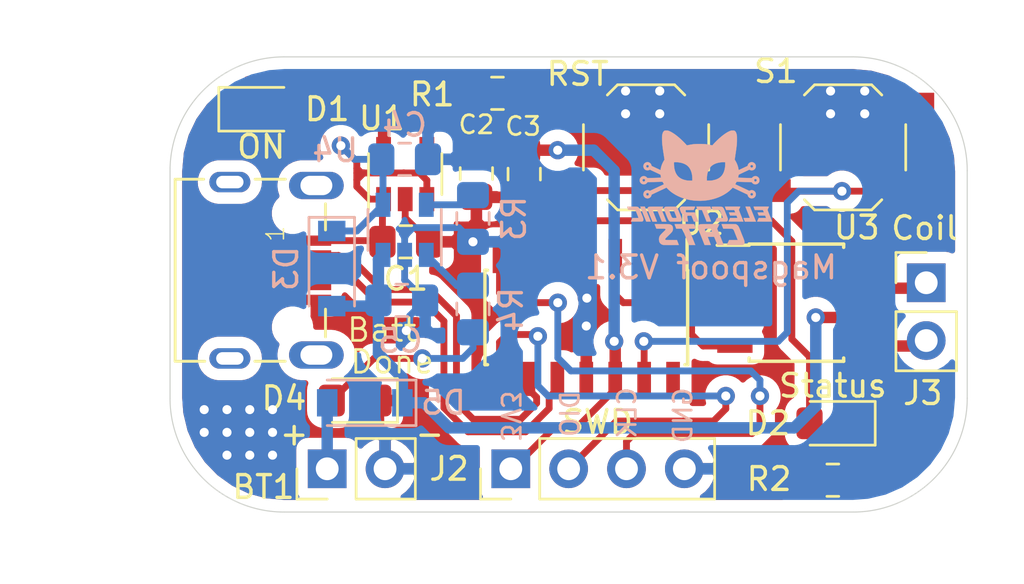
<source format=kicad_pcb>
(kicad_pcb (version 20171130) (host pcbnew "(5.1.0-0)")
  (title_block (title "Magspoof V3") (date 2019-08-26) (rev 0.1v) (company "Electronic Cats") (comment 1 "Eduardo Contreras"))
  (layers (0 F.Cu signal) (31 B.Cu signal) (34 B.Paste user) (35 F.Paste user) (36 B.SilkS user) (37 F.SilkS user) (38 B.Mask user) (39 F.Mask user) (44 Edge.Cuts user))
  (net 0 "")
  (net 1 GND)
  (net 2 +3V3)
  (net 3 VBUS)
  (net 4 "Net-(D1-Pad1)")
  (net 5 /LED)
  (net 6 "Net-(D2-Pad1)")
  (net 7 "Net-(J1-Pad4)")
  (net 8 /D+)
  (net 9 /D-)
  (net 10 /SWCLK)
  (net 11 /SWDIO)
  (net 12 /Out_B)
  (net 13 /Out_A)
  (net 14 /RST)
  (net 15 /SW1)
  (net 16 "Net-(U1-Pad4)")
  (net 17 "Net-(U2-Pad14)")
  (net 18 "Net-(U2-Pad5)")
  (net 19 /IN_B)
  (net 20 /IN_A)
  (net 21 "Net-(U2-Pad1)")
  (net 22 "Net-(U3-Pad8)")
  (net 23 "Net-(U3-Pad1)")
  (net 24 +BATT)
  (net 25 "Net-(D4-Pad2)")
  (net 26 "Net-(R3-Pad1)")
  (net 27 "Net-(R4-Pad1)")
  (net 28 "Net-(BT1-Pad1)")
  (module Diode_SMD:D_SOD-123 (layer B.Cu) (at 116.05 105.2 180)
    (fp_text reference D5 (at -3.45 0 180) (layer B.SilkS) (effects (justify mirror)))
    (fp_text value MBR120)
    (pad 2 smd rect (at 1.65 0 180) (size 0.9 1.2) (layers B.Cu B.Paste B.Mask) (net 28 "Net-(BT1-Pad1)"))
    (pad 1 smd rect (at -1.65 0 180) (size 0.9 1.2) (layers B.Cu B.Paste B.Mask) (net 24 +BATT))
  )
  (module Aesthetics:electronic_cats_logo_4x3 (layer B.Cu) (at 130.75 95.75 180)
    (fp_text reference G*** hide)
    (fp_text value LOGO hide)
  )
  (module Package_TO_SOT_SMD:SOT-23-5 (layer B.Cu) (at 117.8 97.6 90)
    (fp_text reference U4 (at 3.5 -3.05) (layer B.SilkS) (effects (justify mirror)))
    (fp_text value MCP73831)
    (pad 5 smd rect (at 1.1 0.95 90) (size 1.06 0.65) (layers B.Cu B.Paste B.Mask) (net 26 "Net-(R3-Pad1)"))
    (pad 4 smd rect (at 1.1 -0.95 90) (size 1.06 0.65) (layers B.Cu B.Paste B.Mask) (net 3 VBUS))
    (pad 3 smd rect (at -1.1 -0.95 90) (size 1.06 0.65) (layers B.Cu B.Paste B.Mask) (net 24 +BATT))
    (pad 2 smd rect (at -1.1 0 90) (size 1.06 0.65) (layers B.Cu B.Paste B.Mask) (net 1 GND))
    (pad 1 smd rect (at -1.1 0.95 90) (size 1.06 0.65) (layers B.Cu B.Paste B.Mask) (net 27 "Net-(R4-Pad1)"))
  )
  (module Package_SO:SOIC-8_3.9x4.9mm_P1.27mm (layer F.Cu) (at 135 100.8)
    (fp_text reference U3 (at 2.65 -3.3) (layer F.SilkS))
    (fp_text value TC4424)
    (pad 8 smd rect (at 2.7 -1.905) (size 1.55 0.6) (layers F.Cu F.Paste F.Mask) (net 22 "Net-(U3-Pad8)"))
    (pad 7 smd rect (at 2.7 -0.635) (size 1.55 0.6) (layers F.Cu F.Paste F.Mask) (net 13 /Out_A))
    (pad 6 smd rect (at 2.7 0.635) (size 1.55 0.6) (layers F.Cu F.Paste F.Mask) (net 24 +BATT))
    (pad 5 smd rect (at 2.7 1.905) (size 1.55 0.6) (layers F.Cu F.Paste F.Mask) (net 12 /Out_B))
    (pad 4 smd rect (at -2.7 1.905) (size 1.55 0.6) (layers F.Cu F.Paste F.Mask) (net 19 /IN_B))
    (pad 3 smd rect (at -2.7 0.635) (size 1.55 0.6) (layers F.Cu F.Paste F.Mask) (net 1 GND))
    (pad 2 smd rect (at -2.7 -0.635) (size 1.55 0.6) (layers F.Cu F.Paste F.Mask) (net 20 /IN_A))
    (pad 1 smd rect (at -2.7 -1.905) (size 1.55 0.6) (layers F.Cu F.Paste F.Mask) (net 23 "Net-(U3-Pad1)"))
  )
  (module Package_SO:SOIC-14_3.9x8.7mm_P1.27mm (layer F.Cu) (at 125.775 101.45 270)
    (fp_text reference U2 (at -4.15 -5.05) (layer F.SilkS))
    (fp_text value ATSAMD11C14A)
    (pad 14 smd rect (at 2.7 -3.81 270) (size 1.5 0.6) (layers F.Cu F.Paste F.Mask) (net 17 "Net-(U2-Pad14)"))
    (pad 13 smd rect (at 2.7 -2.54 270) (size 1.5 0.6) (layers F.Cu F.Paste F.Mask) (net 15 /SW1))
    (pad 12 smd rect (at 2.7 -1.27 270) (size 1.5 0.6) (layers F.Cu F.Paste F.Mask) (net 2 +3V3))
    (pad 11 smd rect (at 2.7 0 270) (size 1.5 0.6) (layers F.Cu F.Paste F.Mask) (net 1 GND))
    (pad 10 smd rect (at 2.7 1.27 270) (size 1.5 0.6) (layers F.Cu F.Paste F.Mask) (net 8 /D+))
    (pad 9 smd rect (at 2.7 2.54 270) (size 1.5 0.6) (layers F.Cu F.Paste F.Mask) (net 9 /D-))
    (pad 8 smd rect (at 2.7 3.81 270) (size 1.5 0.6) (layers F.Cu F.Paste F.Mask) (net 11 /SWDIO))
    (pad 7 smd rect (at -2.7 3.81 270) (size 1.5 0.6) (layers F.Cu F.Paste F.Mask) (net 10 /SWCLK))
    (pad 6 smd rect (at -2.7 2.54 270) (size 1.5 0.6) (layers F.Cu F.Paste F.Mask) (net 14 /RST))
    (pad 5 smd rect (at -2.7 1.27 270) (size 1.5 0.6) (layers F.Cu F.Paste F.Mask) (net 18 "Net-(U2-Pad5)"))
    (pad 4 smd rect (at -2.7 0 270) (size 1.5 0.6) (layers F.Cu F.Paste F.Mask) (net 5 /LED))
    (pad 3 smd rect (at -2.7 -1.27 270) (size 1.5 0.6) (layers F.Cu F.Paste F.Mask) (net 19 /IN_B))
    (pad 2 smd rect (at -2.7 -2.54 270) (size 1.5 0.6) (layers F.Cu F.Paste F.Mask) (net 20 /IN_A))
    (pad 1 smd rect (at -2.7 -3.81 270) (size 1.5 0.6) (layers F.Cu F.Paste F.Mask) (net 21 "Net-(U2-Pad1)"))
  )
  (module Package_TO_SOT_SMD:SOT-23-5 (layer F.Cu) (at 117.825 95.15 90)
    (fp_text reference U1 (at 2.45 -1.025 180) (layer F.SilkS))
    (fp_text value AP2112K-3.3)
    (pad 5 smd rect (at 1.1 -0.95 90) (size 1.06 0.65) (layers F.Cu F.Paste F.Mask) (net 2 +3V3))
    (pad 4 smd rect (at 1.1 0.95 90) (size 1.06 0.65) (layers F.Cu F.Paste F.Mask) (net 16 "Net-(U1-Pad4)"))
    (pad 3 smd rect (at -1.1 0.95 90) (size 1.06 0.65) (layers F.Cu F.Paste F.Mask) (net 3 VBUS))
    (pad 2 smd rect (at -1.1 0 90) (size 1.06 0.65) (layers F.Cu F.Paste F.Mask) (net 1 GND))
    (pad 1 smd rect (at -1.1 -0.95 90) (size 1.06 0.65) (layers F.Cu F.Paste F.Mask) (net 3 VBUS))
  )
  (module Button_Switch_SMD:SW_SPST_TL3342 (layer F.Cu) (at 137.05 93.975)
    (fp_text reference SW2)
    (fp_text value S1 (at -2.95 -3.35) (layer F.SilkS))
    (pad 2 smd rect (at 3.15 1.9) (size 1.7 1) (layers F.Cu F.Paste F.Mask) (net 15 /SW1))
    (pad 2 smd rect (at -3.15 1.9) (size 1.7 1) (layers F.Cu F.Paste F.Mask) (net 15 /SW1))
    (pad 1 smd rect (at 3.15 -1.9) (size 1.7 1) (layers F.Cu F.Paste F.Mask) (net 1 GND))
    (pad 1 smd rect (at -3.15 -1.9) (size 1.7 1) (layers F.Cu F.Paste F.Mask) (net 1 GND))
  )
  (module Button_Switch_SMD:SW_SPST_TL3342 (layer F.Cu) (at 128.4 93.975)
    (fp_text reference SW1)
    (fp_text value RST (at -3 -3.225) (layer F.SilkS))
    (pad 2 smd rect (at 3.15 1.9) (size 1.7 1) (layers F.Cu F.Paste F.Mask) (net 14 /RST))
    (pad 2 smd rect (at -3.15 1.9) (size 1.7 1) (layers F.Cu F.Paste F.Mask) (net 14 /RST))
    (pad 1 smd rect (at 3.15 -1.9) (size 1.7 1) (layers F.Cu F.Paste F.Mask) (net 1 GND))
    (pad 1 smd rect (at -3.15 -1.9) (size 1.7 1) (layers F.Cu F.Paste F.Mask) (net 1 GND))
  )
  (module Resistor_SMD:R_0805_2012Metric_Pad1.15x1.40mm_HandSolder (layer B.Cu) (at 120.8 101.075 270)
    (fp_text reference R4 (at 0.025 -1.67 270) (layer B.SilkS) (effects (justify mirror)))
    (fp_text value 470)
    (pad 2 smd roundrect (at 1.025 0 270) (size 1.15 1.4) (layers B.Cu B.Paste B.Mask) (roundrect_rratio 0.217391) (net 25 "Net-(D4-Pad2)"))
    (pad 1 smd roundrect (at -1.025 0 270) (size 1.15 1.4) (layers B.Cu B.Paste B.Mask) (roundrect_rratio 0.217391) (net 27 "Net-(R4-Pad1)"))
  )
  (module Resistor_SMD:R_0805_2012Metric_Pad1.15x1.40mm_HandSolder (layer B.Cu) (at 120.8 97.1 270)
    (fp_text reference R3 (at 0 -1.8 270) (layer B.SilkS) (effects (justify mirror)))
    (fp_text value 2K)
    (pad 2 smd roundrect (at 1.025 0 270) (size 1.15 1.4) (layers B.Cu B.Paste B.Mask) (roundrect_rratio 0.217391) (net 1 GND))
    (pad 1 smd roundrect (at -1.025 0 270) (size 1.15 1.4) (layers B.Cu B.Paste B.Mask) (roundrect_rratio 0.217391) (net 26 "Net-(R3-Pad1)"))
  )
  (module Resistor_SMD:R_0805_2012Metric_Pad1.15x1.40mm_HandSolder (layer F.Cu) (at 136.6 108.6 180)
    (fp_text reference R2 (at 2.8 0.05 180) (layer F.SilkS))
    (fp_text value 180R)
    (pad 2 smd roundrect (at 1.025 0 180) (size 1.15 1.4) (layers F.Cu F.Paste F.Mask) (roundrect_rratio 0.217391) (net 1 GND))
    (pad 1 smd roundrect (at -1.025 0 180) (size 1.15 1.4) (layers F.Cu F.Paste F.Mask) (roundrect_rratio 0.217391) (net 6 "Net-(D2-Pad1)"))
  )
  (module Resistor_SMD:R_0805_2012Metric_Pad1.15x1.40mm_HandSolder (layer F.Cu) (at 121.875 91.6)
    (fp_text reference R1 (at -2.865 0.05) (layer F.SilkS))
    (fp_text value 180R)
    (pad 2 smd roundrect (at 1.025 0) (size 1.15 1.4) (layers F.Cu F.Paste F.Mask) (roundrect_rratio 0.217391) (net 1 GND))
    (pad 1 smd roundrect (at -1.025 0) (size 1.15 1.4) (layers F.Cu F.Paste F.Mask) (roundrect_rratio 0.217391) (net 4 "Net-(D1-Pad1)"))
  )
  (module Connector_PinHeader_2.54mm:PinHeader_1x02_P2.54mm_Vertical (layer F.Cu) (at 140.7 99.925)
    (fp_text reference J3 (at -0.15 4.85) (layer F.SilkS))
    (fp_text value Coil (at -0.075 -2.4) (layer F.SilkS))
    (pad 2 thru_hole oval (at 0 2.54) (size 1.7 1.7) (drill 1) (layers *.Cu *.Mask) (net 12 /Out_B))
    (pad 1 thru_hole rect (at 0 0) (size 1.7 1.7) (drill 1) (layers *.Cu *.Mask) (net 13 /Out_A))
  )
  (module Connector_PinHeader_2.54mm:PinHeader_1x04_P2.54mm_Vertical (layer F.Cu) (at 122.46 108.1 90)
    (fp_text reference J2 (at 0 -2.71 180) (layer F.SilkS))
    (fp_text value SWD (at 2.06 3.81 180) (layer F.SilkS))
    (pad 4 thru_hole oval (at 0 7.62 90) (size 1.7 1.7) (drill 1) (layers *.Cu *.Mask) (net 1 GND))
    (pad 3 thru_hole oval (at 0 5.08 90) (size 1.7 1.7) (drill 1) (layers *.Cu *.Mask) (net 10 /SWCLK))
    (pad 2 thru_hole oval (at 0 2.54 90) (size 1.7 1.7) (drill 1) (layers *.Cu *.Mask) (net 11 /SWDIO))
    (pad 1 thru_hole rect (at 0 0 90) (size 1.7 1.7) (drill 1) (layers *.Cu *.Mask) (net 2 +3V3))
  )
  (module USB:629105150521 (layer F.Cu) (at 112.875 99.375 270)
    (fp_text reference J1)
    (fp_text value USB_B_Micro)
    (fp_text user 1 (at -1.6 0.75 270) (layer F.SilkS) (effects (font (size 0.77216 0.77216) (thickness 0.065024))))
    (pad "" np_thru_hole circle (at 2.5 0 270) (size 0.8 0.8) (drill 0.8) (layers *.Cu))
    (pad "" np_thru_hole circle (at -2.5 0 270) (size 0.8 0.8) (drill 0.8) (layers *.Cu))
    (pad SHEL thru_hole oval (at 3.875 2.75) (size 1.8 0.9) (drill oval 1.2 0.55) (layers *.Cu *.Mask))
    (pad SHEL thru_hole oval (at -3.875 2.75) (size 1.8 0.9) (drill oval 1.2 0.55) (layers *.Cu *.Mask))
    (pad SHEL thru_hole oval (at 3.725 -1.05) (size 2.4 1.2) (drill oval 1.4 0.85) (layers *.Cu *.Mask))
    (pad SHEL thru_hole oval (at -3.725 -1.05) (size 2.4 1.2) (drill oval 1.4 0.85) (layers *.Cu *.Mask))
    (pad 5 smd rect (at 1.3 -1.05 270) (size 0.45 1.3) (layers F.Cu F.Paste F.Mask) (net 1 GND))
    (pad 4 smd rect (at 0.65 -1.05 270) (size 0.45 1.3) (layers F.Cu F.Paste F.Mask) (net 7 "Net-(J1-Pad4)"))
    (pad 3 smd rect (at 0 -1.05 270) (size 0.45 1.3) (layers F.Cu F.Paste F.Mask) (net 8 /D+))
    (pad 2 smd rect (at -0.65 -1.05 270) (size 0.45 1.3) (layers F.Cu F.Paste F.Mask) (net 9 /D-))
    (pad 1 smd rect (at -1.3 -1.05 270) (size 0.45 1.3) (layers F.Cu F.Paste F.Mask) (net 3 VBUS))
  )
  (module LED_SMD:LED_0805_2012Metric_Pad1.15x1.40mm_HandSolder (layer F.Cu) (at 115.625 105.1 180)
    (fp_text reference D4 (at 3.125 0.1 180) (layer F.SilkS))
    (fp_text value CHG)
    (pad 2 smd roundrect (at 1.025 0 180) (size 1.15 1.4) (layers F.Cu F.Paste F.Mask) (roundrect_rratio 0.217391) (net 25 "Net-(D4-Pad2)"))
    (pad 1 smd roundrect (at -1.025 0 180) (size 1.15 1.4) (layers F.Cu F.Paste F.Mask) (roundrect_rratio 0.217391) (net 1 GND))
  )
  (module Diode_SMD:D_SOD-123 (layer B.Cu) (at 114.6 99.3 270)
    (fp_text reference D3 (at 0 2 270) (layer B.SilkS) (effects (justify mirror)))
    (fp_text value MBR120)
    (pad 2 smd rect (at 1.65 0 270) (size 0.9 1.2) (layers B.Cu B.Paste B.Mask) (net 24 +BATT))
    (pad 1 smd rect (at -1.65 0 270) (size 0.9 1.2) (layers B.Cu B.Paste B.Mask) (net 3 VBUS))
  )
  (module LED_SMD:LED_0805_2012Metric_Pad1.15x1.40mm_HandSolder (layer F.Cu) (at 136.6 106.1 180)
    (fp_text reference D2 (at 2.85 0 180) (layer F.SilkS))
    (fp_text value Status (at 0 1.65 180) (layer F.SilkS))
    (pad 2 smd roundrect (at 1.025 0 180) (size 1.15 1.4) (layers F.Cu F.Paste F.Mask) (roundrect_rratio 0.217391) (net 5 /LED))
    (pad 1 smd roundrect (at -1.025 0 180) (size 1.15 1.4) (layers F.Cu F.Paste F.Mask) (roundrect_rratio 0.217391) (net 6 "Net-(D2-Pad1)"))
  )
  (module LED_SMD:LED_0805_2012Metric_Pad1.15x1.40mm_HandSolder (layer F.Cu) (at 111.5 92.3)
    (fp_text reference D1 (at 2.9 0) (layer F.SilkS))
    (fp_text value ON (at 0 1.65) (layer F.SilkS))
    (pad 2 smd roundrect (at 1.025 0) (size 1.15 1.4) (layers F.Cu F.Paste F.Mask) (roundrect_rratio 0.217391) (net 2 +3V3))
    (pad 1 smd roundrect (at -1.025 0) (size 1.15 1.4) (layers F.Cu F.Paste F.Mask) (roundrect_rratio 0.217391) (net 4 "Net-(D1-Pad1)"))
  )
  (module Capacitor_SMD:C_0805_2012Metric_Pad1.15x1.40mm_HandSolder (layer B.Cu) (at 117.675 100.7)
    (fp_text reference C5 (at -0.065 1.78) (layer B.SilkS) (effects (justify mirror)))
    (fp_text value 10uF)
    (pad 2 smd roundrect (at 1.025 0) (size 1.15 1.4) (layers B.Cu B.Paste B.Mask) (roundrect_rratio 0.217391) (net 1 GND))
    (pad 1 smd roundrect (at -1.025 0) (size 1.15 1.4) (layers B.Cu B.Paste B.Mask) (roundrect_rratio 0.217391) (net 24 +BATT))
  )
  (module Capacitor_SMD:C_0805_2012Metric_Pad1.15x1.40mm_HandSolder (layer B.Cu) (at 117.8 94.5)
    (fp_text reference C4 (at 0 -1.51) (layer B.SilkS) (effects (justify mirror)))
    (fp_text value 10uF)
    (pad 2 smd roundrect (at 1.025 0) (size 1.15 1.4) (layers B.Cu B.Paste B.Mask) (roundrect_rratio 0.217391) (net 1 GND))
    (pad 1 smd roundrect (at -1.025 0) (size 1.15 1.4) (layers B.Cu B.Paste B.Mask) (roundrect_rratio 0.217391) (net 3 VBUS))
  )
  (module Capacitor_SMD:C_0805_2012Metric_Pad1.15x1.40mm_HandSolder (layer F.Cu) (at 123.05 95.15 270)
    (fp_text reference C3 (at -2.1 0.05) (layer F.SilkS) (effects (font (size 0.8 0.8) (thickness 0.12))))
    (fp_text value 0.1uF)
    (pad 2 smd roundrect (at 1.025 0 270) (size 1.15 1.4) (layers F.Cu F.Paste F.Mask) (roundrect_rratio 0.217391) (net 1 GND))
    (pad 1 smd roundrect (at -1.025 0 270) (size 1.15 1.4) (layers F.Cu F.Paste F.Mask) (roundrect_rratio 0.217391) (net 2 +3V3))
  )
  (module Capacitor_SMD:C_0805_2012Metric_Pad1.15x1.40mm_HandSolder (layer F.Cu) (at 120.95 95.125 270)
    (fp_text reference C2 (at -2.15 0) (layer F.SilkS) (effects (font (size 0.8 0.8) (thickness 0.12))))
    (fp_text value 10uF)
    (pad 2 smd roundrect (at 1.025 0 270) (size 1.15 1.4) (layers F.Cu F.Paste F.Mask) (roundrect_rratio 0.217391) (net 1 GND))
    (pad 1 smd roundrect (at -1.025 0 270) (size 1.15 1.4) (layers F.Cu F.Paste F.Mask) (roundrect_rratio 0.217391) (net 2 +3V3))
  )
  (module Capacitor_SMD:C_0805_2012Metric_Pad1.15x1.40mm_HandSolder (layer F.Cu) (at 117.85 98.125)
    (fp_text reference C1 (at 0 1.625) (layer F.SilkS))
    (fp_text value 10uF)
    (pad 2 smd roundrect (at 1.025 0) (size 1.15 1.4) (layers F.Cu F.Paste F.Mask) (roundrect_rratio 0.217391) (net 1 GND))
    (pad 1 smd roundrect (at -1.025 0) (size 1.15 1.4) (layers F.Cu F.Paste F.Mask) (roundrect_rratio 0.217391) (net 3 VBUS))
  )
  (module Connector_PinHeader_2.54mm:PinHeader_1x02_P2.54mm_Vertical (layer F.Cu) (at 114.4 108.1 90)
    (fp_text reference BT1 (at -0.8 -2.8 180) (layer F.SilkS))
    (fp_text value Battery_Cell)
    (pad 2 thru_hole oval (at 0 2.54 90) (size 1.7 1.7) (drill 1) (layers *.Cu *.Mask) (net 1 GND))
    (pad 1 thru_hole rect (at 0 0 90) (size 1.7 1.7) (drill 1) (layers *.Cu *.Mask) (net 28 "Net-(BT1-Pad1)"))
  )
  (gr_text - (at 118.9 106.55) (layer F.SilkS) (effects (font (size 1 1))))
  (gr_text + (at 112.95 106.55) (layer F.SilkS) (effects (font (size 1 1))))
  (gr_text Batt (at 116.8 102) (layer F.SilkS) (effects (font (size 1 1) (thickness 0.12))))
  (gr_text Done (at 117.25 103.4) (layer F.SilkS) (effects (font (size 1 1) (thickness 0.12))))
  (gr_text "Magspoof V3.1" (at 131.25 99.25) (layer B.SilkS) (effects (font (size 1 1)) (justify mirror)))
  (gr_text GND (at 130.018 105.75 90) (layer B.SilkS) (effects (font (size 0.8 0.8) (thickness 0.12)) (justify mirror)))
  (gr_text CLK (at 127.562 105.64 90) (layer B.SilkS) (effects (font (size 0.8 0.8) (thickness 0.12)) (justify mirror)))
  (gr_text DIO (at 125.064 105.682 90) (layer B.SilkS) (effects (font (size 0.8 0.8) (thickness 0.12)) (justify mirror)))
  (gr_text 3V3 (at 122.44 105.78 270) (layer B.SilkS) (effects (font (size 0.8 0.8) (thickness 0.12)) (justify mirror)))
  (gr_arc (start 137.5 95) (end 142.5 95) (angle -90) (layer Edge.Cuts) (width 0.05))
  (gr_arc (start 137.5 105) (end 137.5 110) (angle -90) (layer Edge.Cuts) (width 0.05))
  (gr_arc (start 112.5 95) (end 112.5 90) (angle -90) (layer Edge.Cuts) (width 0.05))
  (gr_arc (start 112.5 105) (end 107.5 105) (angle -90) (layer Edge.Cuts) (width 0.05))
  (gr_line (start 137.5 90) (end 112.5 90) (layer Edge.Cuts) (width 0.05))
  (gr_line (start 142.5 105) (end 142.5 95) (layer Edge.Cuts) (width 0.05))
  (gr_line (start 112.5 110) (end 137.5 110) (layer Edge.Cuts) (width 0.05))
  (gr_line (start 107.5 95) (end 107.5 105) (layer Edge.Cuts) (width 0.05))
  (segment (start 120.975 96.175) (end 120.95 96.15) (width 0.5) (layer F.Cu) (net 1))
  (segment (start 123.05 96.175) (end 120.975 96.175) (width 0.5) (layer F.Cu) (net 1))
  (segment (start 117.8 99.8) (end 117.8 98.7) (width 0.3) (layer B.Cu) (net 1))
  (segment (start 118.7 100.7) (end 117.8 99.8) (width 0.3) (layer B.Cu) (net 1))
  (segment (start 117.825 97.075) (end 118.875 98.125) (width 0.3) (layer F.Cu) (net 1))
  (segment (start 117.825 96.25) (end 117.825 97.075) (width 0.3) (layer F.Cu) (net 1))
  (via (at 120.8 98.125) (size 0.8) (drill 0.4) (layers F.Cu B.Cu) (net 1))
  (segment (start 120.95 97.975) (end 120.8 98.125) (width 0.3) (layer F.Cu) (net 1))
  (segment (start 120.95 96.15) (end 120.95 97.975) (width 0.3) (layer F.Cu) (net 1))
  (segment (start 125.775 100.625) (end 125.8 100.6) (width 0.3) (layer F.Cu) (net 1))
  (via (at 125.8 100.6) (size 0.8) (drill 0.4) (layers F.Cu B.Cu) (net 1))
  (segment (start 125.775 104.15) (end 125.775 100.625) (width 0.3) (layer F.Cu) (net 1))
  (via (at 125.775 101.825) (size 0.8) (drill 0.4) (layers F.Cu B.Cu) (net 1))
  (segment (start 125.8 101.8) (end 125.775 101.825) (width 0.3) (layer B.Cu) (net 1))
  (segment (start 125.8 100.6) (end 125.8 101.8) (width 0.3) (layer B.Cu) (net 1))
  (segment (start 113.925 100.675) (end 112.15 100.675) (width 0.3) (layer F.Cu) (net 1))
  (segment (start 112.15 100.675) (end 111.475 100.675) (width 0.3) (layer F.Cu) (net 1))
  (segment (start 116.94 106.897919) (end 116.592081 106.55) (width 0.3) (layer F.Cu) (net 1))
  (segment (start 116.94 108.1) (end 116.94 106.897919) (width 0.3) (layer F.Cu) (net 1))
  (segment (start 116.592081 106.55) (end 112.3 106.55) (width 0.3) (layer F.Cu) (net 1))
  (via (at 109 106.5) (size 0.8) (drill 0.4) (layers F.Cu B.Cu) (net 1))
  (segment (start 112.3 106.55) (end 112.25 106.5) (width 0.3) (layer F.Cu) (net 1))
  (via (at 110 106.5) (size 0.8) (drill 0.4) (layers F.Cu B.Cu) (net 1))
  (segment (start 109 106.5) (end 110 106.5) (width 0.3) (layer B.Cu) (net 1))
  (segment (start 110 106.5) (end 109 106.5) (width 0.3) (layer F.Cu) (net 1))
  (via (at 111 106.5) (size 0.8) (drill 0.4) (layers F.Cu B.Cu) (net 1))
  (segment (start 111 106.5) (end 110 106.5) (width 0.3) (layer F.Cu) (net 1))
  (segment (start 110 106.5) (end 111 106.5) (width 0.3) (layer B.Cu) (net 1))
  (segment (start 111 106.5) (end 112 106.5) (width 0.3) (layer B.Cu) (net 1))
  (segment (start 112 106.5) (end 111 106.5) (width 0.3) (layer F.Cu) (net 1))
  (via (at 112 106.5) (size 0.8) (drill 0.4) (layers F.Cu B.Cu) (net 1))
  (segment (start 112.25 106.5) (end 112 106.5) (width 0.3) (layer F.Cu) (net 1))
  (via (at 112 105.5) (size 0.8) (drill 0.4) (layers F.Cu B.Cu) (net 1))
  (segment (start 112 106.5) (end 112 105.5) (width 0.3) (layer B.Cu) (net 1))
  (via (at 111 105.5) (size 0.8) (drill 0.4) (layers F.Cu B.Cu) (net 1))
  (segment (start 112 105.5) (end 111 105.5) (width 0.3) (layer F.Cu) (net 1))
  (via (at 110 105.5) (size 0.8) (drill 0.4) (layers F.Cu B.Cu) (net 1))
  (segment (start 111 105.5) (end 110 105.5) (width 0.3) (layer B.Cu) (net 1))
  (via (at 109 105.5) (size 0.8) (drill 0.4) (layers F.Cu B.Cu) (net 1))
  (segment (start 110 105.5) (end 109 105.5) (width 0.3) (layer F.Cu) (net 1))
  (via (at 110 107.5) (size 0.8) (drill 0.4) (layers F.Cu B.Cu) (net 1))
  (segment (start 110 106.5) (end 110 107.5) (width 0.3) (layer B.Cu) (net 1))
  (via (at 111 107.5) (size 0.8) (drill 0.4) (layers F.Cu B.Cu) (net 1))
  (segment (start 110 107.5) (end 111 107.5) (width 0.3) (layer F.Cu) (net 1))
  (via (at 112 107.5) (size 0.8) (drill 0.4) (layers F.Cu B.Cu) (net 1))
  (segment (start 111 107.5) (end 112 107.5) (width 0.3) (layer B.Cu) (net 1))
  (segment (start 123.375 92.075) (end 122.9 91.6) (width 0.3) (layer F.Cu) (net 1))
  (segment (start 125.25 92.075) (end 123.375 92.075) (width 0.3) (layer F.Cu) (net 1))
  (segment (start 120.176628 97.501628) (end 120.8 98.125) (width 0.3) (layer B.Cu) (net 1))
  (segment (start 117.8 97.87) (end 118.168372 97.501628) (width 0.3) (layer B.Cu) (net 1))
  (segment (start 118.168372 97.501628) (end 120.176628 97.501628) (width 0.3) (layer B.Cu) (net 1))
  (segment (start 117.8 98.7) (end 117.8 97.87) (width 0.3) (layer B.Cu) (net 1))
  (segment (start 118.7 100.7) (end 118.025 101.375) (width 0.3) (layer B.Cu) (net 1))
  (via (at 117.875 102.025) (size 0.8) (drill 0.4) (layers F.Cu B.Cu) (net 1))
  (segment (start 118.025 101.875) (end 117.875 102.025) (width 0.3) (layer B.Cu) (net 1))
  (segment (start 118.025 101.375) (end 118.025 101.875) (width 0.3) (layer B.Cu) (net 1))
  (via (at 138 92.5) (size 0.8) (drill 0.4) (layers F.Cu B.Cu) (net 1))
  (segment (start 138.4 92.1) (end 138 92.5) (width 0.3) (layer F.Cu) (net 1))
  (segment (start 140.15 92.1) (end 138.4 92.1) (width 0.3) (layer F.Cu) (net 1))
  (via (at 136.5 92.5) (size 0.8) (drill 0.4) (layers F.Cu B.Cu) (net 1))
  (segment (start 138 92.5) (end 136.5 92.5) (width 0.3) (layer B.Cu) (net 1))
  (via (at 136.5 91.5) (size 0.8) (drill 0.4) (layers F.Cu B.Cu) (net 1))
  (segment (start 136.5 92.5) (end 136.5 91.5) (width 0.3) (layer F.Cu) (net 1))
  (via (at 138 91.5) (size 0.8) (drill 0.4) (layers F.Cu B.Cu) (net 1))
  (segment (start 136.5 91.5) (end 138 91.5) (width 0.3) (layer B.Cu) (net 1))
  (segment (start 129.575 92.075) (end 129.5 92) (width 0.3) (layer F.Cu) (net 1))
  (segment (start 129.5 92) (end 129 91.5) (width 0.3) (layer B.Cu) (net 1))
  (segment (start 131.55 92.075) (end 129.575 92.075) (width 0.3) (layer F.Cu) (net 1))
  (segment (start 127.5 92.5) (end 129 92.5) (width 0.3) (layer F.Cu) (net 1))
  (segment (start 127.5 91.5) (end 127.5 92.5) (width 0.3) (layer B.Cu) (net 1))
  (segment (start 129 91.5) (end 127.5 91.5) (width 0.3) (layer F.Cu) (net 1))
  (via (at 127.5 92.5) (size 0.8) (drill 0.4) (layers F.Cu B.Cu) (net 1))
  (via (at 127.5 91.5) (size 0.8) (drill 0.4) (layers F.Cu B.Cu) (net 1))
  (via (at 129 91.5) (size 0.8) (drill 0.4) (layers F.Cu B.Cu) (net 1))
  (via (at 129 92.5) (size 0.8) (drill 0.4) (layers F.Cu B.Cu) (net 1))
  (segment (start 138.425 92.075) (end 138 92.5) (width 0.3) (layer F.Cu) (net 1))
  (segment (start 140.2 92.075) (end 138.425 92.075) (width 0.3) (layer F.Cu) (net 1))
  (segment (start 120.975 94.125) (end 120.95 94.1) (width 0.5) (layer F.Cu) (net 2))
  (segment (start 123.05 94.125) (end 120.975 94.125) (width 0.5) (layer F.Cu) (net 2))
  (segment (start 120.95 94.1) (end 119.55 92.7) (width 0.5) (layer F.Cu) (net 2))
  (segment (start 116.875 92.925) (end 116.875 94.05) (width 0.5) (layer F.Cu) (net 2))
  (segment (start 117.1 92.7) (end 116.875 92.925) (width 0.5) (layer F.Cu) (net 2))
  (segment (start 116.25 92.3) (end 116.875 92.925) (width 0.5) (layer F.Cu) (net 2))
  (segment (start 112.525 92.3) (end 116.25 92.3) (width 0.5) (layer F.Cu) (net 2))
  (segment (start 116.65 92.7) (end 116.25 92.3) (width 0.5) (layer F.Cu) (net 2))
  (segment (start 117.5 92.7) (end 116.65 92.7) (width 0.5) (layer F.Cu) (net 2))
  (segment (start 119.55 92.7) (end 117.5 92.7) (width 0.5) (layer F.Cu) (net 2))
  (segment (start 117.5 92.7) (end 117.1 92.7) (width 0.5) (layer F.Cu) (net 2))
  (segment (start 127.045 102.545) (end 127 102.5) (width 0.5) (layer F.Cu) (net 2))
  (via (at 127 102.5) (size 0.8) (drill 0.4) (layers F.Cu B.Cu) (net 2))
  (segment (start 127.045 104.15) (end 127.045 102.545) (width 0.5) (layer F.Cu) (net 2))
  (segment (start 127 102.5) (end 127 95) (width 0.5) (layer B.Cu) (net 2))
  (segment (start 127 95) (end 126.1 94.1) (width 0.5) (layer B.Cu) (net 2))
  (segment (start 122.55 108.1) (end 122.46 108.1) (width 0.3) (layer F.Cu) (net 2))
  (segment (start 124.45 106.2) (end 122.55 108.1) (width 0.3) (layer F.Cu) (net 2))
  (segment (start 125.445 106.2) (end 124.45 106.2) (width 0.3) (layer F.Cu) (net 2))
  (segment (start 127.045 104.6) (end 125.445 106.2) (width 0.3) (layer F.Cu) (net 2))
  (segment (start 127.045 104.15) (end 127.045 104.6) (width 0.3) (layer F.Cu) (net 2))
  (via (at 124.52 94.1) (size 0.8) (drill 0.4) (layers F.Cu B.Cu) (net 2))
  (segment (start 126.1 94.1) (end 124.52 94.1) (width 0.5) (layer B.Cu) (net 2))
  (segment (start 123.075 94.1) (end 123.05 94.125) (width 0.5) (layer F.Cu) (net 2))
  (segment (start 124.52 94.1) (end 123.075 94.1) (width 0.5) (layer F.Cu) (net 2))
  (segment (start 116.775 98.075) (end 116.825 98.125) (width 0.3) (layer F.Cu) (net 3))
  (segment (start 113.925 98.075) (end 116.775 98.075) (width 0.3) (layer F.Cu) (net 3))
  (segment (start 116.825 96.3) (end 116.875 96.25) (width 0.3) (layer F.Cu) (net 3))
  (segment (start 116.825 98.125) (end 116.825 96.3) (width 0.3) (layer F.Cu) (net 3))
  (segment (start 118.775 95.42) (end 118.455 95.1) (width 0.3) (layer F.Cu) (net 3))
  (segment (start 118.775 96.25) (end 118.775 95.42) (width 0.3) (layer F.Cu) (net 3))
  (segment (start 118.455 95.1) (end 117.760002 95.1) (width 0.3) (layer F.Cu) (net 3))
  (segment (start 117.760002 95.1) (end 117.740003 95.119999) (width 0.3) (layer F.Cu) (net 3))
  (via (at 115 93.9) (size 0.8) (drill 0.4) (layers F.Cu B.Cu) (net 3))
  (segment (start 115.6 94.5) (end 115 93.9) (width 0.3) (layer B.Cu) (net 3))
  (segment (start 116.775 94.5) (end 115.6 94.5) (width 0.3) (layer B.Cu) (net 3))
  (segment (start 116.25 96.25) (end 115.7 95.7) (width 0.3) (layer F.Cu) (net 3))
  (segment (start 116.875 96.25) (end 116.25 96.25) (width 0.3) (layer F.Cu) (net 3))
  (segment (start 115.7 94.6) (end 115 93.9) (width 0.3) (layer F.Cu) (net 3))
  (segment (start 116.85 94.575) (end 116.775 94.5) (width 0.3) (layer B.Cu) (net 3))
  (segment (start 116.85 96.5) (end 116.85 94.575) (width 0.3) (layer B.Cu) (net 3))
  (segment (start 115.7 95.4) (end 116 95.1) (width 0.3) (layer F.Cu) (net 3))
  (segment (start 116 95.1) (end 115.7 95.1) (width 0.3) (layer F.Cu) (net 3))
  (segment (start 117.760002 95.1) (end 116 95.1) (width 0.3) (layer F.Cu) (net 3))
  (segment (start 115.7 95.7) (end 115.7 95.4) (width 0.3) (layer F.Cu) (net 3))
  (segment (start 115.7 95.4) (end 115.7 95.1) (width 0.3) (layer F.Cu) (net 3))
  (segment (start 115.9 95.1) (end 115.7 94.9) (width 0.3) (layer F.Cu) (net 3))
  (segment (start 116 95.1) (end 115.9 95.1) (width 0.3) (layer F.Cu) (net 3))
  (segment (start 115.7 94.9) (end 115.7 94.6) (width 0.3) (layer F.Cu) (net 3))
  (segment (start 115.7 95.1) (end 115.7 94.9) (width 0.3) (layer F.Cu) (net 3))
  (segment (start 115.7 97.65) (end 116.85 96.5) (width 0.3) (layer B.Cu) (net 3))
  (segment (start 114.6 97.65) (end 115.7 97.65) (width 0.3) (layer B.Cu) (net 3))
  (segment (start 110.475 91.425) (end 110.475 92.3) (width 0.3) (layer F.Cu) (net 4))
  (segment (start 110.90001 90.99999) (end 110.475 91.425) (width 0.3) (layer F.Cu) (net 4))
  (segment (start 113.293352 90.976628) (end 113.26999 90.99999) (width 0.3) (layer F.Cu) (net 4))
  (segment (start 120.226628 90.976628) (end 113.293352 90.976628) (width 0.3) (layer F.Cu) (net 4))
  (segment (start 120.85 91.6) (end 120.226628 90.976628) (width 0.3) (layer F.Cu) (net 4))
  (segment (start 113.26999 90.99999) (end 110.90001 90.99999) (width 0.3) (layer F.Cu) (net 4))
  (segment (start 135.575 106.1) (end 135.575 103.175) (width 0.3) (layer F.Cu) (net 5))
  (segment (start 135.575 103.175) (end 134.8 102.4) (width 0.3) (layer F.Cu) (net 5))
  (segment (start 134.8 102.4) (end 134.8 98.1) (width 0.3) (layer F.Cu) (net 5))
  (segment (start 134.8 98.1) (end 133.9 97.2) (width 0.3) (layer F.Cu) (net 5))
  (segment (start 133.9 97.2) (end 126.2 97.2) (width 0.3) (layer F.Cu) (net 5))
  (segment (start 125.775 97.625) (end 125.775 98.75) (width 0.3) (layer F.Cu) (net 5))
  (segment (start 126.2 97.2) (end 125.775 97.625) (width 0.3) (layer F.Cu) (net 5))
  (segment (start 137.625 106.1) (end 137.625 108.6) (width 0.3) (layer F.Cu) (net 6))
  (segment (start 114.920002 99.325) (end 114.93609 99.325) (width 0.3) (layer F.Cu) (net 8))
  (segment (start 114.895001 99.350001) (end 114.920002 99.325) (width 0.3) (layer F.Cu) (net 8))
  (segment (start 114.374999 99.350001) (end 114.895001 99.350001) (width 0.3) (layer F.Cu) (net 8))
  (segment (start 114.35 99.375) (end 114.374999 99.350001) (width 0.3) (layer F.Cu) (net 8))
  (segment (start 113.925 99.375) (end 114.35 99.375) (width 0.3) (layer F.Cu) (net 8))
  (segment (start 124.145 104.96) (end 124.145 105.44391) (width 0.3) (layer F.Cu) (net 8))
  (segment (start 124.505 104.6) (end 124.145 104.96) (width 0.3) (layer F.Cu) (net 8))
  (segment (start 124.505 104.15) (end 124.505 104.6) (width 0.3) (layer F.Cu) (net 8))
  (segment (start 124.145 105.44391) (end 123.11391 106.475) (width 0.3) (layer F.Cu) (net 8))
  (segment (start 123.11391 106.475) (end 120.58609 106.475) (width 0.3) (layer F.Cu) (net 8))
  (segment (start 120.58609 106.475) (end 119.525 105.41391) (width 0.3) (layer F.Cu) (net 8))
  (segment (start 119.525 105.41391) (end 119.525 101.61391) (width 0.3) (layer F.Cu) (net 8))
  (segment (start 119.525 101.61391) (end 118.68609 100.775) (width 0.3) (layer F.Cu) (net 8))
  (segment (start 118.68609 100.775) (end 116.58609 100.775) (width 0.3) (layer F.Cu) (net 8))
  (segment (start 115.13609 99.325) (end 114.950001 99.325) (width 0.3) (layer F.Cu) (net 8))
  (segment (start 114.900001 99.375) (end 113.925 99.375) (width 0.3) (layer F.Cu) (net 8))
  (segment (start 114.950001 99.325) (end 114.900001 99.375) (width 0.3) (layer F.Cu) (net 8))
  (segment (start 116.58609 100.775) (end 115.13609 99.325) (width 0.3) (layer F.Cu) (net 8))
  (segment (start 114.920002 98.775) (end 115.16391 98.775) (width 0.3) (layer F.Cu) (net 9))
  (segment (start 114.895001 98.749999) (end 114.920002 98.775) (width 0.3) (layer F.Cu) (net 9))
  (segment (start 114.374999 98.749999) (end 114.895001 98.749999) (width 0.3) (layer F.Cu) (net 9))
  (segment (start 114.35 98.725) (end 114.374999 98.749999) (width 0.3) (layer F.Cu) (net 9))
  (segment (start 113.925 98.725) (end 114.35 98.725) (width 0.3) (layer F.Cu) (net 9))
  (segment (start 123.595 104.96) (end 123.595 105.21609) (width 0.3) (layer F.Cu) (net 9))
  (segment (start 123.235 104.6) (end 123.595 104.96) (width 0.3) (layer F.Cu) (net 9))
  (segment (start 123.235 104.15) (end 123.235 104.6) (width 0.3) (layer F.Cu) (net 9))
  (segment (start 123.595 105.21609) (end 122.88609 105.925) (width 0.3) (layer F.Cu) (net 9))
  (segment (start 122.88609 105.925) (end 120.81391 105.925) (width 0.3) (layer F.Cu) (net 9))
  (segment (start 120.81391 105.925) (end 120.075 105.18609) (width 0.3) (layer F.Cu) (net 9))
  (segment (start 120.075 105.18609) (end 120.075 101.38609) (width 0.3) (layer F.Cu) (net 9))
  (segment (start 120.075 101.38609) (end 118.91391 100.225) (width 0.3) (layer F.Cu) (net 9))
  (segment (start 118.91391 100.225) (end 116.81391 100.225) (width 0.3) (layer F.Cu) (net 9))
  (segment (start 114.950001 98.775) (end 114.900001 98.725) (width 0.3) (layer F.Cu) (net 9))
  (segment (start 116.81391 100.225) (end 115.36391 98.775) (width 0.3) (layer F.Cu) (net 9))
  (segment (start 114.900001 98.725) (end 113.925 98.725) (width 0.3) (layer F.Cu) (net 9))
  (segment (start 115.36391 98.775) (end 114.950001 98.775) (width 0.3) (layer F.Cu) (net 9))
  (segment (start 121.965 98.75) (end 121.965 100.365) (width 0.3) (layer F.Cu) (net 10))
  (segment (start 121.965 100.365) (end 122.4 100.8) (width 0.3) (layer F.Cu) (net 10))
  (via (at 133.4 104.9) (size 0.8) (drill 0.4) (layers F.Cu B.Cu) (net 10))
  (segment (start 133.4 104.2) (end 133.4 104.9) (width 0.3) (layer B.Cu) (net 10))
  (segment (start 133 103.8) (end 125.1 103.8) (width 0.3) (layer B.Cu) (net 10))
  (segment (start 133 103.8) (end 133.4 104.2) (width 0.3) (layer B.Cu) (net 10))
  (segment (start 127.54 106.897919) (end 127.887919 106.55) (width 0.3) (layer F.Cu) (net 10))
  (segment (start 127.54 108.1) (end 127.54 106.897919) (width 0.3) (layer F.Cu) (net 10))
  (segment (start 127.887919 106.55) (end 133.05 106.55) (width 0.3) (layer F.Cu) (net 10))
  (segment (start 133.4 106.2) (end 133.4 104.9) (width 0.3) (layer F.Cu) (net 10))
  (segment (start 133.05 106.55) (end 133.4 106.2) (width 0.3) (layer F.Cu) (net 10))
  (via (at 124.525 100.8) (size 0.8) (drill 0.4) (layers F.Cu B.Cu) (net 10))
  (segment (start 122.4 100.8) (end 124.525 100.8) (width 0.3) (layer F.Cu) (net 10))
  (segment (start 124.525 103.225) (end 125.1 103.8) (width 0.3) (layer B.Cu) (net 10))
  (segment (start 124.525 100.8) (end 124.525 103.225) (width 0.3) (layer B.Cu) (net 10))
  (segment (start 121.965 104.15) (end 121.965 102.535) (width 0.3) (layer F.Cu) (net 11))
  (segment (start 121.965 102.535) (end 122.3 102.2) (width 0.3) (layer F.Cu) (net 11))
  (via (at 131.9 104.9) (size 0.8) (drill 0.4) (layers F.Cu B.Cu) (net 11))
  (segment (start 131.9 105.465685) (end 131.365685 106) (width 0.3) (layer F.Cu) (net 11))
  (segment (start 131.9 104.9) (end 131.9 105.465685) (width 0.3) (layer F.Cu) (net 11))
  (segment (start 131.365685 106) (end 127.1 106) (width 0.3) (layer F.Cu) (net 11))
  (segment (start 127.1 106) (end 126.425 106.675) (width 0.3) (layer F.Cu) (net 11))
  (segment (start 125 108.1) (end 126.425 106.675) (width 0.3) (layer F.Cu) (net 11))
  (segment (start 123.575 102.2) (end 123.65 102.275) (width 0.3) (layer F.Cu) (net 11))
  (via (at 123.65 102.275) (size 0.8) (drill 0.4) (layers F.Cu B.Cu) (net 11))
  (segment (start 122.3 102.2) (end 123.575 102.2) (width 0.3) (layer F.Cu) (net 11))
  (segment (start 123.65 104.45) (end 124.1 104.9) (width 0.3) (layer B.Cu) (net 11))
  (segment (start 123.65 102.275) (end 123.65 104.45) (width 0.3) (layer B.Cu) (net 11))
  (segment (start 124.1 104.9) (end 131.9 104.9) (width 0.3) (layer B.Cu) (net 11))
  (segment (start 140.46 102.705) (end 140.7 102.465) (width 0.5) (layer F.Cu) (net 12))
  (segment (start 137.7 102.705) (end 140.46 102.705) (width 0.5) (layer F.Cu) (net 12))
  (segment (start 140.46 100.165) (end 140.7 99.925) (width 0.5) (layer F.Cu) (net 13))
  (segment (start 137.7 100.165) (end 140.46 100.165) (width 0.5) (layer F.Cu) (net 13))
  (segment (start 131.55 95.875) (end 125.25 95.875) (width 0.3) (layer F.Cu) (net 14))
  (segment (start 123.235 97.7) (end 123.535 97.4) (width 0.3) (layer F.Cu) (net 14))
  (segment (start 123.235 98.75) (end 123.235 97.7) (width 0.3) (layer F.Cu) (net 14))
  (segment (start 123.535 97.4) (end 125 97.4) (width 0.3) (layer F.Cu) (net 14))
  (segment (start 125.25 97.15) (end 125.25 95.45) (width 0.3) (layer F.Cu) (net 14))
  (segment (start 125 97.4) (end 125.25 97.15) (width 0.3) (layer F.Cu) (net 14))
  (segment (start 125.25 95.45) (end 125.25 95.875) (width 0.3) (layer F.Cu) (net 14))
  (via (at 128.3 102.5) (size 0.8) (drill 0.4) (layers F.Cu B.Cu) (net 15))
  (segment (start 128.315 102.515) (end 128.3 102.5) (width 0.3) (layer F.Cu) (net 15))
  (segment (start 128.315 104.15) (end 128.315 102.515) (width 0.3) (layer F.Cu) (net 15))
  (via (at 137 95.9) (size 0.8) (drill 0.4) (layers F.Cu B.Cu) (net 15))
  (segment (start 137 95.9) (end 140.15 95.9) (width 0.3) (layer F.Cu) (net 15))
  (segment (start 133.85 95.9) (end 137 95.9) (width 0.3) (layer F.Cu) (net 15))
  (segment (start 128.3 102.5) (end 134.2 102.5) (width 0.3) (layer B.Cu) (net 15))
  (segment (start 134.2 102.5) (end 134.6 102.1) (width 0.3) (layer B.Cu) (net 15))
  (segment (start 134.6 96.4) (end 135.1 95.9) (width 0.3) (layer B.Cu) (net 15))
  (segment (start 134.6 102.1) (end 134.6 96.4) (width 0.3) (layer B.Cu) (net 15))
  (segment (start 135.1 95.9) (end 137 95.9) (width 0.3) (layer B.Cu) (net 15))
  (segment (start 127.4 100.8) (end 127.045 100.445) (width 0.3) (layer F.Cu) (net 19))
  (segment (start 127.045 100.445) (end 127.045 98.75) (width 0.3) (layer F.Cu) (net 19))
  (segment (start 132.3 102.705) (end 130.905 102.705) (width 0.3) (layer F.Cu) (net 19))
  (segment (start 130.905 102.705) (end 130.4 102.2) (width 0.3) (layer F.Cu) (net 19))
  (segment (start 130.4 101.2) (end 130 100.8) (width 0.3) (layer F.Cu) (net 19))
  (segment (start 130.4 102.2) (end 130.4 101.2) (width 0.3) (layer F.Cu) (net 19))
  (segment (start 130 100.8) (end 127.4 100.8) (width 0.3) (layer F.Cu) (net 19))
  (segment (start 132.3 100.165) (end 128.665 100.165) (width 0.3) (layer F.Cu) (net 20))
  (segment (start 128.315 99.815) (end 128.315 98.75) (width 0.3) (layer F.Cu) (net 20))
  (segment (start 128.665 100.165) (end 128.315 99.815) (width 0.3) (layer F.Cu) (net 20))
  (segment (start 116.4 100.95) (end 116.65 100.7) (width 0.5) (layer B.Cu) (net 24))
  (segment (start 114.6 100.95) (end 116.4 100.95) (width 0.5) (layer B.Cu) (net 24))
  (segment (start 116.65 98.9) (end 116.774999 98.775001) (width 0.5) (layer B.Cu) (net 24))
  (segment (start 116.65 100.7) (end 116.65 98.9) (width 0.5) (layer B.Cu) (net 24))
  (segment (start 116.65 101.5) (end 116.65 100.7) (width 0.5) (layer B.Cu) (net 24))
  (segment (start 116.65 103.05) (end 116.65 101.5) (width 0.5) (layer B.Cu) (net 24))
  (segment (start 117.7 104.1) (end 116.65 103.05) (width 0.5) (layer B.Cu) (net 24))
  (segment (start 117.7 105.2) (end 117.7 104.1) (width 0.5) (layer B.Cu) (net 24))
  (segment (start 118.65 105.2) (end 119.75 106.3) (width 0.5) (layer B.Cu) (net 24))
  (segment (start 117.7 105.2) (end 118.65 105.2) (width 0.5) (layer B.Cu) (net 24))
  (segment (start 119.75 106.3) (end 134.9 106.3) (width 0.5) (layer B.Cu) (net 24))
  (via (at 135.85 101.45) (size 0.8) (drill 0.4) (layers F.Cu B.Cu) (net 24))
  (segment (start 135.85 105.35) (end 135.85 101.45) (width 0.5) (layer B.Cu) (net 24))
  (segment (start 134.9 106.3) (end 135.85 105.35) (width 0.5) (layer B.Cu) (net 24))
  (segment (start 137.685 101.45) (end 137.7 101.435) (width 0.5) (layer F.Cu) (net 24))
  (segment (start 135.85 101.45) (end 137.685 101.45) (width 0.5) (layer F.Cu) (net 24))
  (via (at 118.575 103.25) (size 0.8) (drill 0.4) (layers F.Cu B.Cu) (net 25))
  (segment (start 116.45 103.25) (end 116.0625 103.6375) (width 0.3) (layer F.Cu) (net 25))
  (segment (start 118.575 103.25) (end 116.45 103.25) (width 0.3) (layer F.Cu) (net 25))
  (segment (start 114.6 105.1) (end 116.0625 103.6375) (width 0.3) (layer F.Cu) (net 25))
  (segment (start 118.575 103.25) (end 120.35 103.25) (width 0.3) (layer B.Cu) (net 25))
  (segment (start 120.8 102.8) (end 120.8 102.1) (width 0.3) (layer B.Cu) (net 25))
  (segment (start 120.35 103.25) (end 120.8 102.8) (width 0.3) (layer B.Cu) (net 25))
  (segment (start 120.375 96.5) (end 120.8 96.075) (width 0.3) (layer B.Cu) (net 26))
  (segment (start 118.75 96.5) (end 120.375 96.5) (width 0.3) (layer B.Cu) (net 26))
  (segment (start 120.1 100.05) (end 120.8 100.05) (width 0.3) (layer B.Cu) (net 27))
  (segment (start 118.75 98.7) (end 120.1 100.05) (width 0.3) (layer B.Cu) (net 27))
  (segment (start 114.4 105.2) (end 114.4 108.1) (width 0.5) (layer B.Cu) (net 28))
  (zone (net 1) (net_name GND) (layer F.Cu) (connect_pads (clearance 0.508)) (min_thickness 0.254) (fill yes (arc_segments 32) (thermal_gap 0.508) (thermal_bridge_width 0.508) (smoothing fillet))
    (polygon (pts (xy 105 87.5) (xy 145 87.5) (xy 145 112.5) (xy 105 112.5)))
  )
  (zone (net 1) (net_name GND) (layer B.Cu) (connect_pads (clearance 0.508)) (min_thickness 0.254) (fill yes (arc_segments 32) (thermal_gap 0.508) (thermal_bridge_width 0.508) (smoothing fillet))
    (polygon (pts (xy 105 87.5) (xy 145 87.5) (xy 145 112.5) (xy 105 112.5)))
  )
)
</source>
